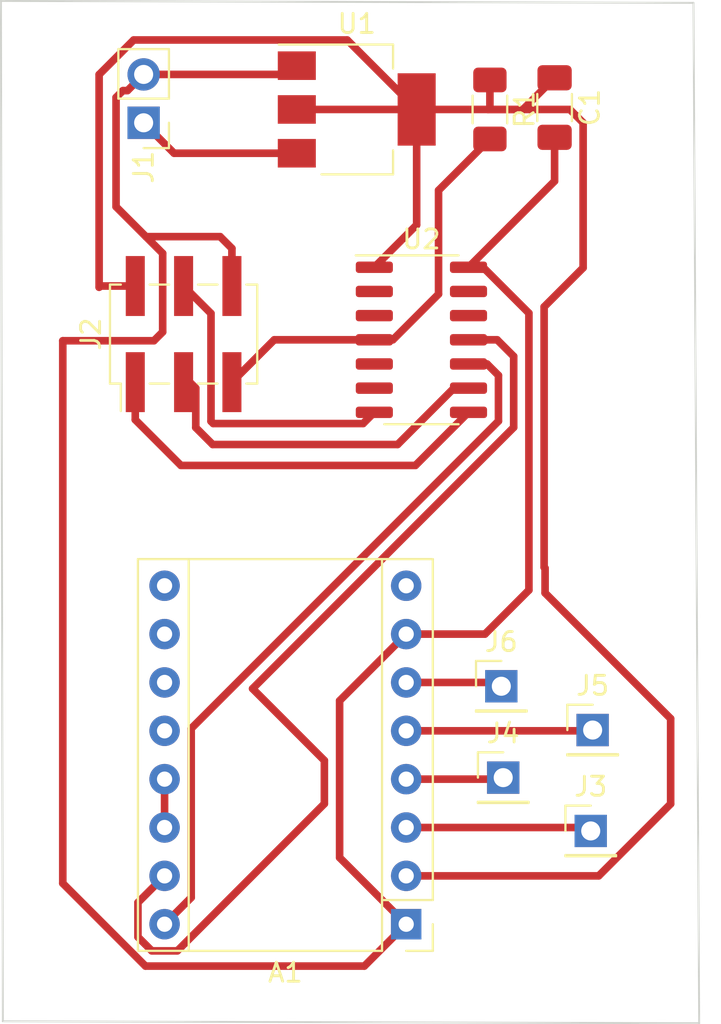
<source format=kicad_pcb>
(kicad_pcb (version 20171130) (host pcbnew "(5.1.9-0-10_14)")

  (general
    (thickness 1.6)
    (drawings 4)
    (tracks 110)
    (zones 0)
    (modules 11)
    (nets 25)
  )

  (page A4)
  (layers
    (0 F.Cu signal)
    (31 B.Cu signal)
    (32 B.Adhes user)
    (33 F.Adhes user)
    (34 B.Paste user)
    (35 F.Paste user)
    (36 B.SilkS user)
    (37 F.SilkS user)
    (38 B.Mask user)
    (39 F.Mask user)
    (40 Dwgs.User user)
    (41 Cmts.User user)
    (42 Eco1.User user)
    (43 Eco2.User user)
    (44 Edge.Cuts user)
    (45 Margin user)
    (46 B.CrtYd user)
    (47 F.CrtYd user)
    (48 B.Fab user)
    (49 F.Fab user)
  )

  (setup
    (last_trace_width 0.4)
    (trace_clearance 0.4)
    (zone_clearance 0.508)
    (zone_45_only no)
    (trace_min 0.2)
    (via_size 1.2)
    (via_drill 0.8)
    (via_min_size 0.4)
    (via_min_drill 0.3)
    (uvia_size 0.3)
    (uvia_drill 0.1)
    (uvias_allowed no)
    (uvia_min_size 0.2)
    (uvia_min_drill 0.1)
    (edge_width 0.05)
    (segment_width 0.2)
    (pcb_text_width 0.3)
    (pcb_text_size 1.5 1.5)
    (mod_edge_width 0.12)
    (mod_text_size 1 1)
    (mod_text_width 0.15)
    (pad_size 1.524 1.524)
    (pad_drill 0.762)
    (pad_to_mask_clearance 0)
    (aux_axis_origin 0 0)
    (visible_elements FFFFFF7F)
    (pcbplotparams
      (layerselection 0x01000_7fffffff)
      (usegerberextensions false)
      (usegerberattributes true)
      (usegerberadvancedattributes true)
      (creategerberjobfile true)
      (excludeedgelayer true)
      (linewidth 0.100000)
      (plotframeref false)
      (viasonmask false)
      (mode 1)
      (useauxorigin false)
      (hpglpennumber 1)
      (hpglpenspeed 20)
      (hpglpendiameter 15.000000)
      (psnegative false)
      (psa4output false)
      (plotreference true)
      (plotvalue true)
      (plotinvisibletext false)
      (padsonsilk false)
      (subtractmaskfromsilk false)
      (outputformat 1)
      (mirror false)
      (drillshape 0)
      (scaleselection 1)
      (outputdirectory ""))
  )

  (net 0 "")
  (net 1 GND)
  (net 2 "Net-(A1-Pad9)")
  (net 3 VCC)
  (net 4 "Net-(A1-Pad10)")
  (net 5 "Net-(A1-Pad3)")
  (net 6 "Net-(A1-Pad11)")
  (net 7 "Net-(A1-Pad4)")
  (net 8 "Net-(A1-Pad12)")
  (net 9 "Net-(A1-Pad5)")
  (net 10 "Net-(A1-Pad13)")
  (net 11 "Net-(A1-Pad6)")
  (net 12 "Net-(A1-Pad15)")
  (net 13 +9V)
  (net 14 "Net-(A1-Pad16)")
  (net 15 /MISO)
  (net 16 /SCK)
  (net 17 /MOSI)
  (net 18 /RESET)
  (net 19 "Net-(U2-Pad2)")
  (net 20 "Net-(U2-Pad3)")
  (net 21 "Net-(U2-Pad5)")
  (net 22 "Net-(U2-Pad6)")
  (net 23 "Net-(U2-Pad12)")
  (net 24 "Net-(U2-Pad13)")

  (net_class Default "This is the default net class."
    (clearance 0.4)
    (trace_width 0.4)
    (via_dia 1.2)
    (via_drill 0.8)
    (uvia_dia 0.3)
    (uvia_drill 0.1)
    (add_net +9V)
    (add_net /MISO)
    (add_net /MOSI)
    (add_net /RESET)
    (add_net /SCK)
    (add_net GND)
    (add_net "Net-(A1-Pad10)")
    (add_net "Net-(A1-Pad11)")
    (add_net "Net-(A1-Pad12)")
    (add_net "Net-(A1-Pad13)")
    (add_net "Net-(A1-Pad15)")
    (add_net "Net-(A1-Pad16)")
    (add_net "Net-(A1-Pad3)")
    (add_net "Net-(A1-Pad4)")
    (add_net "Net-(A1-Pad5)")
    (add_net "Net-(A1-Pad6)")
    (add_net "Net-(A1-Pad9)")
    (add_net "Net-(U2-Pad12)")
    (add_net "Net-(U2-Pad13)")
    (add_net "Net-(U2-Pad2)")
    (add_net "Net-(U2-Pad3)")
    (add_net "Net-(U2-Pad5)")
    (add_net "Net-(U2-Pad6)")
    (add_net VCC)
  )

  (module Module:Pololu_Breakout-16_15.2x20.3mm (layer F.Cu) (tedit 58AB602C) (tstamp 619A083D)
    (at 110.7 61.6 180)
    (descr "Pololu Breakout 16-pin 15.2x20.3mm 0.6x0.8\\")
    (tags "Pololu Breakout")
    (path /6199B665)
    (fp_text reference A1 (at 6.35 -2.54) (layer F.SilkS)
      (effects (font (size 1 1) (thickness 0.15)))
    )
    (fp_text value Pololu_Breakout_A4988 (at 6.35 20.17) (layer F.Fab)
      (effects (font (size 1 1) (thickness 0.15)))
    )
    (fp_line (start 14.21 19.3) (end -1.53 19.3) (layer F.CrtYd) (width 0.05))
    (fp_line (start 14.21 19.3) (end 14.21 -1.52) (layer F.CrtYd) (width 0.05))
    (fp_line (start -1.53 -1.52) (end -1.53 19.3) (layer F.CrtYd) (width 0.05))
    (fp_line (start -1.53 -1.52) (end 14.21 -1.52) (layer F.CrtYd) (width 0.05))
    (fp_line (start -1.27 19.05) (end -1.27 0) (layer F.Fab) (width 0.1))
    (fp_line (start 13.97 19.05) (end -1.27 19.05) (layer F.Fab) (width 0.1))
    (fp_line (start 13.97 -1.27) (end 13.97 19.05) (layer F.Fab) (width 0.1))
    (fp_line (start 0 -1.27) (end 13.97 -1.27) (layer F.Fab) (width 0.1))
    (fp_line (start -1.27 0) (end 0 -1.27) (layer F.Fab) (width 0.1))
    (fp_line (start 14.1 -1.4) (end 1.27 -1.4) (layer F.SilkS) (width 0.12))
    (fp_line (start 14.1 19.18) (end 14.1 -1.4) (layer F.SilkS) (width 0.12))
    (fp_line (start -1.4 19.18) (end 14.1 19.18) (layer F.SilkS) (width 0.12))
    (fp_line (start -1.4 1.27) (end -1.4 19.18) (layer F.SilkS) (width 0.12))
    (fp_line (start 1.27 1.27) (end -1.4 1.27) (layer F.SilkS) (width 0.12))
    (fp_line (start 1.27 -1.4) (end 1.27 1.27) (layer F.SilkS) (width 0.12))
    (fp_line (start -1.4 -1.4) (end -1.4 0) (layer F.SilkS) (width 0.12))
    (fp_line (start 0 -1.4) (end -1.4 -1.4) (layer F.SilkS) (width 0.12))
    (fp_line (start 1.27 1.27) (end 1.27 19.18) (layer F.SilkS) (width 0.12))
    (fp_line (start 11.43 -1.4) (end 11.43 19.18) (layer F.SilkS) (width 0.12))
    (fp_text user %R (at 6.35 0) (layer F.Fab)
      (effects (font (size 1 1) (thickness 0.15)))
    )
    (pad 1 thru_hole rect (at 0 0 180) (size 1.6 1.6) (drill 0.8) (layers *.Cu *.Mask)
      (net 1 GND))
    (pad 9 thru_hole oval (at 12.7 17.78 180) (size 1.6 1.6) (drill 0.8) (layers *.Cu *.Mask)
      (net 2 "Net-(A1-Pad9)"))
    (pad 2 thru_hole oval (at 0 2.54 180) (size 1.6 1.6) (drill 0.8) (layers *.Cu *.Mask)
      (net 3 VCC))
    (pad 10 thru_hole oval (at 12.7 15.24 180) (size 1.6 1.6) (drill 0.8) (layers *.Cu *.Mask)
      (net 4 "Net-(A1-Pad10)"))
    (pad 3 thru_hole oval (at 0 5.08 180) (size 1.6 1.6) (drill 0.8) (layers *.Cu *.Mask)
      (net 5 "Net-(A1-Pad3)"))
    (pad 11 thru_hole oval (at 12.7 12.7 180) (size 1.6 1.6) (drill 0.8) (layers *.Cu *.Mask)
      (net 6 "Net-(A1-Pad11)"))
    (pad 4 thru_hole oval (at 0 7.62 180) (size 1.6 1.6) (drill 0.8) (layers *.Cu *.Mask)
      (net 7 "Net-(A1-Pad4)"))
    (pad 12 thru_hole oval (at 12.7 10.16 180) (size 1.6 1.6) (drill 0.8) (layers *.Cu *.Mask)
      (net 8 "Net-(A1-Pad12)"))
    (pad 5 thru_hole oval (at 0 10.16 180) (size 1.6 1.6) (drill 0.8) (layers *.Cu *.Mask)
      (net 9 "Net-(A1-Pad5)"))
    (pad 13 thru_hole oval (at 12.7 7.62 180) (size 1.6 1.6) (drill 0.8) (layers *.Cu *.Mask)
      (net 10 "Net-(A1-Pad13)"))
    (pad 6 thru_hole oval (at 0 12.7 180) (size 1.6 1.6) (drill 0.8) (layers *.Cu *.Mask)
      (net 11 "Net-(A1-Pad6)"))
    (pad 14 thru_hole oval (at 12.7 5.08 180) (size 1.6 1.6) (drill 0.8) (layers *.Cu *.Mask)
      (net 10 "Net-(A1-Pad13)"))
    (pad 7 thru_hole oval (at 0 15.24 180) (size 1.6 1.6) (drill 0.8) (layers *.Cu *.Mask)
      (net 1 GND))
    (pad 15 thru_hole oval (at 12.7 2.54 180) (size 1.6 1.6) (drill 0.8) (layers *.Cu *.Mask)
      (net 12 "Net-(A1-Pad15)"))
    (pad 8 thru_hole oval (at 0 17.78 180) (size 1.6 1.6) (drill 0.8) (layers *.Cu *.Mask)
      (net 13 +9V))
    (pad 16 thru_hole oval (at 12.7 0 180) (size 1.6 1.6) (drill 0.8) (layers *.Cu *.Mask)
      (net 14 "Net-(A1-Pad16)"))
    (model ${KISYS3DMOD}/Module.3dshapes/Pololu_Breakout-16_15.2x20.3mm.wrl
      (at (xyz 0 0 0))
      (scale (xyz 1 1 1))
      (rotate (xyz 0 0 0))
    )
  )

  (module Capacitor_SMD:C_1206_3216Metric_Pad1.33x1.80mm_HandSolder (layer F.Cu) (tedit 5F68FEEF) (tstamp 619A084E)
    (at 118.5 18.7 270)
    (descr "Capacitor SMD 1206 (3216 Metric), square (rectangular) end terminal, IPC_7351 nominal with elongated pad for handsoldering. (Body size source: IPC-SM-782 page 76, https://www.pcb-3d.com/wordpress/wp-content/uploads/ipc-sm-782a_amendment_1_and_2.pdf), generated with kicad-footprint-generator")
    (tags "capacitor handsolder")
    (path /619241AD)
    (attr smd)
    (fp_text reference C1 (at 0 -1.85 90) (layer F.SilkS)
      (effects (font (size 1 1) (thickness 0.15)))
    )
    (fp_text value 1uF (at 0 1.85 90) (layer F.Fab)
      (effects (font (size 1 1) (thickness 0.15)))
    )
    (fp_line (start 2.48 1.15) (end -2.48 1.15) (layer F.CrtYd) (width 0.05))
    (fp_line (start 2.48 -1.15) (end 2.48 1.15) (layer F.CrtYd) (width 0.05))
    (fp_line (start -2.48 -1.15) (end 2.48 -1.15) (layer F.CrtYd) (width 0.05))
    (fp_line (start -2.48 1.15) (end -2.48 -1.15) (layer F.CrtYd) (width 0.05))
    (fp_line (start -0.711252 0.91) (end 0.711252 0.91) (layer F.SilkS) (width 0.12))
    (fp_line (start -0.711252 -0.91) (end 0.711252 -0.91) (layer F.SilkS) (width 0.12))
    (fp_line (start 1.6 0.8) (end -1.6 0.8) (layer F.Fab) (width 0.1))
    (fp_line (start 1.6 -0.8) (end 1.6 0.8) (layer F.Fab) (width 0.1))
    (fp_line (start -1.6 -0.8) (end 1.6 -0.8) (layer F.Fab) (width 0.1))
    (fp_line (start -1.6 0.8) (end -1.6 -0.8) (layer F.Fab) (width 0.1))
    (fp_text user %R (at 0 0 90) (layer F.Fab)
      (effects (font (size 0.8 0.8) (thickness 0.12)))
    )
    (pad 1 smd roundrect (at -1.5625 0 270) (size 1.325 1.8) (layers F.Cu F.Paste F.Mask) (roundrect_rratio 0.1886784905660377)
      (net 3 VCC))
    (pad 2 smd roundrect (at 1.5625 0 270) (size 1.325 1.8) (layers F.Cu F.Paste F.Mask) (roundrect_rratio 0.1886784905660377)
      (net 1 GND))
    (model ${KISYS3DMOD}/Capacitor_SMD.3dshapes/C_1206_3216Metric.wrl
      (at (xyz 0 0 0))
      (scale (xyz 1 1 1))
      (rotate (xyz 0 0 0))
    )
  )

  (module Connector_PinHeader_2.54mm:PinHeader_1x02_P2.54mm_Vertical (layer F.Cu) (tedit 59FED5CC) (tstamp 619A0864)
    (at 96.9 19.5 180)
    (descr "Through hole straight pin header, 1x02, 2.54mm pitch, single row")
    (tags "Through hole pin header THT 1x02 2.54mm single row")
    (path /61824F8C)
    (fp_text reference J1 (at 0 -2.33 90) (layer F.SilkS)
      (effects (font (size 1 1) (thickness 0.15)))
    )
    (fp_text value Conn_01x02_Male (at 0 4.87) (layer F.Fab)
      (effects (font (size 1 1) (thickness 0.15)))
    )
    (fp_line (start 1.8 -1.8) (end -1.8 -1.8) (layer F.CrtYd) (width 0.05))
    (fp_line (start 1.8 4.35) (end 1.8 -1.8) (layer F.CrtYd) (width 0.05))
    (fp_line (start -1.8 4.35) (end 1.8 4.35) (layer F.CrtYd) (width 0.05))
    (fp_line (start -1.8 -1.8) (end -1.8 4.35) (layer F.CrtYd) (width 0.05))
    (fp_line (start -1.33 -1.33) (end 0 -1.33) (layer F.SilkS) (width 0.12))
    (fp_line (start -1.33 0) (end -1.33 -1.33) (layer F.SilkS) (width 0.12))
    (fp_line (start -1.33 1.27) (end 1.33 1.27) (layer F.SilkS) (width 0.12))
    (fp_line (start 1.33 1.27) (end 1.33 3.87) (layer F.SilkS) (width 0.12))
    (fp_line (start -1.33 1.27) (end -1.33 3.87) (layer F.SilkS) (width 0.12))
    (fp_line (start -1.33 3.87) (end 1.33 3.87) (layer F.SilkS) (width 0.12))
    (fp_line (start -1.27 -0.635) (end -0.635 -1.27) (layer F.Fab) (width 0.1))
    (fp_line (start -1.27 3.81) (end -1.27 -0.635) (layer F.Fab) (width 0.1))
    (fp_line (start 1.27 3.81) (end -1.27 3.81) (layer F.Fab) (width 0.1))
    (fp_line (start 1.27 -1.27) (end 1.27 3.81) (layer F.Fab) (width 0.1))
    (fp_line (start -0.635 -1.27) (end 1.27 -1.27) (layer F.Fab) (width 0.1))
    (fp_text user %R (at 0 1.27 90) (layer F.Fab)
      (effects (font (size 1 1) (thickness 0.15)))
    )
    (pad 1 thru_hole rect (at 0 0 180) (size 1.7 1.7) (drill 1) (layers *.Cu *.Mask)
      (net 13 +9V))
    (pad 2 thru_hole oval (at 0 2.54 180) (size 1.7 1.7) (drill 1) (layers *.Cu *.Mask)
      (net 1 GND))
    (model ${KISYS3DMOD}/Connector_PinHeader_2.54mm.3dshapes/PinHeader_1x02_P2.54mm_Vertical.wrl
      (at (xyz 0 0 0))
      (scale (xyz 1 1 1))
      (rotate (xyz 0 0 0))
    )
  )

  (module Connector_PinHeader_2.54mm:PinHeader_2x03_P2.54mm_Vertical_SMD (layer F.Cu) (tedit 59FED5CC) (tstamp 619A0895)
    (at 99 30.6 90)
    (descr "surface-mounted straight pin header, 2x03, 2.54mm pitch, double rows")
    (tags "Surface mounted pin header SMD 2x03 2.54mm double row")
    (path /618B0B1C)
    (attr smd)
    (fp_text reference J2 (at 0 -4.87 90) (layer F.SilkS)
      (effects (font (size 1 1) (thickness 0.15)))
    )
    (fp_text value AVR-ISP-6 (at 0 4.87 90) (layer F.Fab)
      (effects (font (size 1 1) (thickness 0.15)))
    )
    (fp_line (start 5.9 -4.35) (end -5.9 -4.35) (layer F.CrtYd) (width 0.05))
    (fp_line (start 5.9 4.35) (end 5.9 -4.35) (layer F.CrtYd) (width 0.05))
    (fp_line (start -5.9 4.35) (end 5.9 4.35) (layer F.CrtYd) (width 0.05))
    (fp_line (start -5.9 -4.35) (end -5.9 4.35) (layer F.CrtYd) (width 0.05))
    (fp_line (start 2.6 0.76) (end 2.6 1.78) (layer F.SilkS) (width 0.12))
    (fp_line (start -2.6 0.76) (end -2.6 1.78) (layer F.SilkS) (width 0.12))
    (fp_line (start 2.6 -1.78) (end 2.6 -0.76) (layer F.SilkS) (width 0.12))
    (fp_line (start -2.6 -1.78) (end -2.6 -0.76) (layer F.SilkS) (width 0.12))
    (fp_line (start 2.6 3.3) (end 2.6 3.87) (layer F.SilkS) (width 0.12))
    (fp_line (start -2.6 3.3) (end -2.6 3.87) (layer F.SilkS) (width 0.12))
    (fp_line (start 2.6 -3.87) (end 2.6 -3.3) (layer F.SilkS) (width 0.12))
    (fp_line (start -2.6 -3.87) (end -2.6 -3.3) (layer F.SilkS) (width 0.12))
    (fp_line (start -4.04 -3.3) (end -2.6 -3.3) (layer F.SilkS) (width 0.12))
    (fp_line (start -2.6 3.87) (end 2.6 3.87) (layer F.SilkS) (width 0.12))
    (fp_line (start -2.6 -3.87) (end 2.6 -3.87) (layer F.SilkS) (width 0.12))
    (fp_line (start 3.6 2.86) (end 2.54 2.86) (layer F.Fab) (width 0.1))
    (fp_line (start 3.6 2.22) (end 3.6 2.86) (layer F.Fab) (width 0.1))
    (fp_line (start 2.54 2.22) (end 3.6 2.22) (layer F.Fab) (width 0.1))
    (fp_line (start -3.6 2.86) (end -2.54 2.86) (layer F.Fab) (width 0.1))
    (fp_line (start -3.6 2.22) (end -3.6 2.86) (layer F.Fab) (width 0.1))
    (fp_line (start -2.54 2.22) (end -3.6 2.22) (layer F.Fab) (width 0.1))
    (fp_line (start 3.6 0.32) (end 2.54 0.32) (layer F.Fab) (width 0.1))
    (fp_line (start 3.6 -0.32) (end 3.6 0.32) (layer F.Fab) (width 0.1))
    (fp_line (start 2.54 -0.32) (end 3.6 -0.32) (layer F.Fab) (width 0.1))
    (fp_line (start -3.6 0.32) (end -2.54 0.32) (layer F.Fab) (width 0.1))
    (fp_line (start -3.6 -0.32) (end -3.6 0.32) (layer F.Fab) (width 0.1))
    (fp_line (start -2.54 -0.32) (end -3.6 -0.32) (layer F.Fab) (width 0.1))
    (fp_line (start 3.6 -2.22) (end 2.54 -2.22) (layer F.Fab) (width 0.1))
    (fp_line (start 3.6 -2.86) (end 3.6 -2.22) (layer F.Fab) (width 0.1))
    (fp_line (start 2.54 -2.86) (end 3.6 -2.86) (layer F.Fab) (width 0.1))
    (fp_line (start -3.6 -2.22) (end -2.54 -2.22) (layer F.Fab) (width 0.1))
    (fp_line (start -3.6 -2.86) (end -3.6 -2.22) (layer F.Fab) (width 0.1))
    (fp_line (start -2.54 -2.86) (end -3.6 -2.86) (layer F.Fab) (width 0.1))
    (fp_line (start 2.54 -3.81) (end 2.54 3.81) (layer F.Fab) (width 0.1))
    (fp_line (start -2.54 -2.86) (end -1.59 -3.81) (layer F.Fab) (width 0.1))
    (fp_line (start -2.54 3.81) (end -2.54 -2.86) (layer F.Fab) (width 0.1))
    (fp_line (start -1.59 -3.81) (end 2.54 -3.81) (layer F.Fab) (width 0.1))
    (fp_line (start 2.54 3.81) (end -2.54 3.81) (layer F.Fab) (width 0.1))
    (fp_text user %R (at 0 0) (layer F.Fab)
      (effects (font (size 1 1) (thickness 0.15)))
    )
    (pad 1 smd rect (at -2.525 -2.54 90) (size 3.15 1) (layers F.Cu F.Paste F.Mask)
      (net 15 /MISO))
    (pad 2 smd rect (at 2.525 -2.54 90) (size 3.15 1) (layers F.Cu F.Paste F.Mask)
      (net 3 VCC))
    (pad 3 smd rect (at -2.525 0 90) (size 3.15 1) (layers F.Cu F.Paste F.Mask)
      (net 16 /SCK))
    (pad 4 smd rect (at 2.525 0 90) (size 3.15 1) (layers F.Cu F.Paste F.Mask)
      (net 17 /MOSI))
    (pad 5 smd rect (at -2.525 2.54 90) (size 3.15 1) (layers F.Cu F.Paste F.Mask)
      (net 18 /RESET))
    (pad 6 smd rect (at 2.525 2.54 90) (size 3.15 1) (layers F.Cu F.Paste F.Mask)
      (net 1 GND))
    (model ${KISYS3DMOD}/Connector_PinHeader_2.54mm.3dshapes/PinHeader_2x03_P2.54mm_Vertical_SMD.wrl
      (at (xyz 0 0 0))
      (scale (xyz 1 1 1))
      (rotate (xyz 0 0 0))
    )
  )

  (module Resistor_SMD:R_1206_3216Metric_Pad1.30x1.75mm_HandSolder (layer F.Cu) (tedit 5F68FEEE) (tstamp 619A08C0)
    (at 115.1 18.8 270)
    (descr "Resistor SMD 1206 (3216 Metric), square (rectangular) end terminal, IPC_7351 nominal with elongated pad for handsoldering. (Body size source: IPC-SM-782 page 72, https://www.pcb-3d.com/wordpress/wp-content/uploads/ipc-sm-782a_amendment_1_and_2.pdf), generated with kicad-footprint-generator")
    (tags "resistor handsolder")
    (path /6192B2F0)
    (attr smd)
    (fp_text reference R1 (at 0 -1.82 90) (layer F.SilkS)
      (effects (font (size 1 1) (thickness 0.15)))
    )
    (fp_text value 10k (at 0 1.82 90) (layer F.Fab)
      (effects (font (size 1 1) (thickness 0.15)))
    )
    (fp_line (start 2.45 1.12) (end -2.45 1.12) (layer F.CrtYd) (width 0.05))
    (fp_line (start 2.45 -1.12) (end 2.45 1.12) (layer F.CrtYd) (width 0.05))
    (fp_line (start -2.45 -1.12) (end 2.45 -1.12) (layer F.CrtYd) (width 0.05))
    (fp_line (start -2.45 1.12) (end -2.45 -1.12) (layer F.CrtYd) (width 0.05))
    (fp_line (start -0.727064 0.91) (end 0.727064 0.91) (layer F.SilkS) (width 0.12))
    (fp_line (start -0.727064 -0.91) (end 0.727064 -0.91) (layer F.SilkS) (width 0.12))
    (fp_line (start 1.6 0.8) (end -1.6 0.8) (layer F.Fab) (width 0.1))
    (fp_line (start 1.6 -0.8) (end 1.6 0.8) (layer F.Fab) (width 0.1))
    (fp_line (start -1.6 -0.8) (end 1.6 -0.8) (layer F.Fab) (width 0.1))
    (fp_line (start -1.6 0.8) (end -1.6 -0.8) (layer F.Fab) (width 0.1))
    (fp_text user %R (at 0 0 90) (layer F.Fab)
      (effects (font (size 0.8 0.8) (thickness 0.12)))
    )
    (pad 1 smd roundrect (at -1.55 0 270) (size 1.3 1.75) (layers F.Cu F.Paste F.Mask) (roundrect_rratio 0.1923076923076923)
      (net 3 VCC))
    (pad 2 smd roundrect (at 1.55 0 270) (size 1.3 1.75) (layers F.Cu F.Paste F.Mask) (roundrect_rratio 0.1923076923076923)
      (net 18 /RESET))
    (model ${KISYS3DMOD}/Resistor_SMD.3dshapes/R_1206_3216Metric.wrl
      (at (xyz 0 0 0))
      (scale (xyz 1 1 1))
      (rotate (xyz 0 0 0))
    )
  )

  (module Package_TO_SOT_SMD:SOT-223-3_TabPin2 (layer F.Cu) (tedit 5A02FF57) (tstamp 619A08D6)
    (at 108.1 18.8)
    (descr "module CMS SOT223 4 pins")
    (tags "CMS SOT")
    (path /6191E11B)
    (attr smd)
    (fp_text reference U1 (at 0 -4.5) (layer F.SilkS)
      (effects (font (size 1 1) (thickness 0.15)))
    )
    (fp_text value LD1117S50TR_SOT223 (at 0 4.5) (layer F.Fab)
      (effects (font (size 1 1) (thickness 0.15)))
    )
    (fp_line (start 1.85 -3.35) (end 1.85 3.35) (layer F.Fab) (width 0.1))
    (fp_line (start -1.85 3.35) (end 1.85 3.35) (layer F.Fab) (width 0.1))
    (fp_line (start -4.1 -3.41) (end 1.91 -3.41) (layer F.SilkS) (width 0.12))
    (fp_line (start -0.85 -3.35) (end 1.85 -3.35) (layer F.Fab) (width 0.1))
    (fp_line (start -1.85 3.41) (end 1.91 3.41) (layer F.SilkS) (width 0.12))
    (fp_line (start -1.85 -2.35) (end -1.85 3.35) (layer F.Fab) (width 0.1))
    (fp_line (start -1.85 -2.35) (end -0.85 -3.35) (layer F.Fab) (width 0.1))
    (fp_line (start -4.4 -3.6) (end -4.4 3.6) (layer F.CrtYd) (width 0.05))
    (fp_line (start -4.4 3.6) (end 4.4 3.6) (layer F.CrtYd) (width 0.05))
    (fp_line (start 4.4 3.6) (end 4.4 -3.6) (layer F.CrtYd) (width 0.05))
    (fp_line (start 4.4 -3.6) (end -4.4 -3.6) (layer F.CrtYd) (width 0.05))
    (fp_line (start 1.91 -3.41) (end 1.91 -2.15) (layer F.SilkS) (width 0.12))
    (fp_line (start 1.91 3.41) (end 1.91 2.15) (layer F.SilkS) (width 0.12))
    (fp_text user %R (at 0 0 90) (layer F.Fab)
      (effects (font (size 0.8 0.8) (thickness 0.12)))
    )
    (pad 2 smd rect (at 3.15 0) (size 2 3.8) (layers F.Cu F.Paste F.Mask)
      (net 3 VCC))
    (pad 2 smd rect (at -3.15 0) (size 2 1.5) (layers F.Cu F.Paste F.Mask)
      (net 3 VCC))
    (pad 3 smd rect (at -3.15 2.3) (size 2 1.5) (layers F.Cu F.Paste F.Mask)
      (net 13 +9V))
    (pad 1 smd rect (at -3.15 -2.3) (size 2 1.5) (layers F.Cu F.Paste F.Mask)
      (net 1 GND))
    (model ${KISYS3DMOD}/Package_TO_SOT_SMD.3dshapes/SOT-223.wrl
      (at (xyz 0 0 0))
      (scale (xyz 1 1 1))
      (rotate (xyz 0 0 0))
    )
  )

  (module Package_SO:SOIC-14_3.9x8.7mm_P1.27mm (layer F.Cu) (tedit 5D9F72B1) (tstamp 619A08F6)
    (at 111.5 30.9)
    (descr "SOIC, 14 Pin (JEDEC MS-012AB, https://www.analog.com/media/en/package-pcb-resources/package/pkg_pdf/soic_narrow-r/r_14.pdf), generated with kicad-footprint-generator ipc_gullwing_generator.py")
    (tags "SOIC SO")
    (path /618B6C0F)
    (attr smd)
    (fp_text reference U2 (at 0 -5.28) (layer F.SilkS)
      (effects (font (size 1 1) (thickness 0.15)))
    )
    (fp_text value ATtiny44A-SSU (at 0 5.28) (layer F.Fab)
      (effects (font (size 1 1) (thickness 0.15)))
    )
    (fp_line (start 3.7 -4.58) (end -3.7 -4.58) (layer F.CrtYd) (width 0.05))
    (fp_line (start 3.7 4.58) (end 3.7 -4.58) (layer F.CrtYd) (width 0.05))
    (fp_line (start -3.7 4.58) (end 3.7 4.58) (layer F.CrtYd) (width 0.05))
    (fp_line (start -3.7 -4.58) (end -3.7 4.58) (layer F.CrtYd) (width 0.05))
    (fp_line (start -1.95 -3.35) (end -0.975 -4.325) (layer F.Fab) (width 0.1))
    (fp_line (start -1.95 4.325) (end -1.95 -3.35) (layer F.Fab) (width 0.1))
    (fp_line (start 1.95 4.325) (end -1.95 4.325) (layer F.Fab) (width 0.1))
    (fp_line (start 1.95 -4.325) (end 1.95 4.325) (layer F.Fab) (width 0.1))
    (fp_line (start -0.975 -4.325) (end 1.95 -4.325) (layer F.Fab) (width 0.1))
    (fp_line (start 0 -4.435) (end -3.45 -4.435) (layer F.SilkS) (width 0.12))
    (fp_line (start 0 -4.435) (end 1.95 -4.435) (layer F.SilkS) (width 0.12))
    (fp_line (start 0 4.435) (end -1.95 4.435) (layer F.SilkS) (width 0.12))
    (fp_line (start 0 4.435) (end 1.95 4.435) (layer F.SilkS) (width 0.12))
    (fp_text user %R (at 0 0) (layer F.Fab)
      (effects (font (size 0.98 0.98) (thickness 0.15)))
    )
    (pad 1 smd roundrect (at -2.475 -3.81) (size 1.95 0.6) (layers F.Cu F.Paste F.Mask) (roundrect_rratio 0.25)
      (net 3 VCC))
    (pad 2 smd roundrect (at -2.475 -2.54) (size 1.95 0.6) (layers F.Cu F.Paste F.Mask) (roundrect_rratio 0.25)
      (net 19 "Net-(U2-Pad2)"))
    (pad 3 smd roundrect (at -2.475 -1.27) (size 1.95 0.6) (layers F.Cu F.Paste F.Mask) (roundrect_rratio 0.25)
      (net 20 "Net-(U2-Pad3)"))
    (pad 4 smd roundrect (at -2.475 0) (size 1.95 0.6) (layers F.Cu F.Paste F.Mask) (roundrect_rratio 0.25)
      (net 18 /RESET))
    (pad 5 smd roundrect (at -2.475 1.27) (size 1.95 0.6) (layers F.Cu F.Paste F.Mask) (roundrect_rratio 0.25)
      (net 21 "Net-(U2-Pad5)"))
    (pad 6 smd roundrect (at -2.475 2.54) (size 1.95 0.6) (layers F.Cu F.Paste F.Mask) (roundrect_rratio 0.25)
      (net 22 "Net-(U2-Pad6)"))
    (pad 7 smd roundrect (at -2.475 3.81) (size 1.95 0.6) (layers F.Cu F.Paste F.Mask) (roundrect_rratio 0.25)
      (net 17 /MOSI))
    (pad 8 smd roundrect (at 2.475 3.81) (size 1.95 0.6) (layers F.Cu F.Paste F.Mask) (roundrect_rratio 0.25)
      (net 15 /MISO))
    (pad 9 smd roundrect (at 2.475 2.54) (size 1.95 0.6) (layers F.Cu F.Paste F.Mask) (roundrect_rratio 0.25)
      (net 16 /SCK))
    (pad 10 smd roundrect (at 2.475 1.27) (size 1.95 0.6) (layers F.Cu F.Paste F.Mask) (roundrect_rratio 0.25)
      (net 14 "Net-(A1-Pad16)"))
    (pad 11 smd roundrect (at 2.475 0) (size 1.95 0.6) (layers F.Cu F.Paste F.Mask) (roundrect_rratio 0.25)
      (net 12 "Net-(A1-Pad15)"))
    (pad 12 smd roundrect (at 2.475 -1.27) (size 1.95 0.6) (layers F.Cu F.Paste F.Mask) (roundrect_rratio 0.25)
      (net 23 "Net-(U2-Pad12)"))
    (pad 13 smd roundrect (at 2.475 -2.54) (size 1.95 0.6) (layers F.Cu F.Paste F.Mask) (roundrect_rratio 0.25)
      (net 24 "Net-(U2-Pad13)"))
    (pad 14 smd roundrect (at 2.475 -3.81) (size 1.95 0.6) (layers F.Cu F.Paste F.Mask) (roundrect_rratio 0.25)
      (net 1 GND))
    (model ${KISYS3DMOD}/Package_SO.3dshapes/SOIC-14_3.9x8.7mm_P1.27mm.wrl
      (at (xyz 0 0 0))
      (scale (xyz 1 1 1))
      (rotate (xyz 0 0 0))
    )
  )

  (module Connector_PinHeader_2.54mm:PinHeader_1x01_P2.54mm_Vertical (layer F.Cu) (tedit 59FED5CC) (tstamp 619AD12F)
    (at 120.4 56.7)
    (descr "Through hole straight pin header, 1x01, 2.54mm pitch, single row")
    (tags "Through hole pin header THT 1x01 2.54mm single row")
    (path /619B0880)
    (fp_text reference J3 (at 0 -2.33) (layer F.SilkS)
      (effects (font (size 1 1) (thickness 0.15)))
    )
    (fp_text value Conn_01x01_Male (at 0 2.33) (layer F.Fab)
      (effects (font (size 1 1) (thickness 0.15)))
    )
    (fp_line (start 1.8 -1.8) (end -1.8 -1.8) (layer F.CrtYd) (width 0.05))
    (fp_line (start 1.8 1.8) (end 1.8 -1.8) (layer F.CrtYd) (width 0.05))
    (fp_line (start -1.8 1.8) (end 1.8 1.8) (layer F.CrtYd) (width 0.05))
    (fp_line (start -1.8 -1.8) (end -1.8 1.8) (layer F.CrtYd) (width 0.05))
    (fp_line (start -1.33 -1.33) (end 0 -1.33) (layer F.SilkS) (width 0.12))
    (fp_line (start -1.33 0) (end -1.33 -1.33) (layer F.SilkS) (width 0.12))
    (fp_line (start -1.33 1.27) (end 1.33 1.27) (layer F.SilkS) (width 0.12))
    (fp_line (start 1.33 1.27) (end 1.33 1.33) (layer F.SilkS) (width 0.12))
    (fp_line (start -1.33 1.27) (end -1.33 1.33) (layer F.SilkS) (width 0.12))
    (fp_line (start -1.33 1.33) (end 1.33 1.33) (layer F.SilkS) (width 0.12))
    (fp_line (start -1.27 -0.635) (end -0.635 -1.27) (layer F.Fab) (width 0.1))
    (fp_line (start -1.27 1.27) (end -1.27 -0.635) (layer F.Fab) (width 0.1))
    (fp_line (start 1.27 1.27) (end -1.27 1.27) (layer F.Fab) (width 0.1))
    (fp_line (start 1.27 -1.27) (end 1.27 1.27) (layer F.Fab) (width 0.1))
    (fp_line (start -0.635 -1.27) (end 1.27 -1.27) (layer F.Fab) (width 0.1))
    (fp_text user %R (at 0 0 90) (layer F.Fab)
      (effects (font (size 1 1) (thickness 0.15)))
    )
    (pad 1 thru_hole rect (at 0 0) (size 1.7 1.7) (drill 1) (layers *.Cu *.Mask)
      (net 5 "Net-(A1-Pad3)"))
    (model ${KISYS3DMOD}/Connector_PinHeader_2.54mm.3dshapes/PinHeader_1x01_P2.54mm_Vertical.wrl
      (at (xyz 0 0 0))
      (scale (xyz 1 1 1))
      (rotate (xyz 0 0 0))
    )
  )

  (module Connector_PinHeader_2.54mm:PinHeader_1x01_P2.54mm_Vertical (layer F.Cu) (tedit 59FED5CC) (tstamp 619AD144)
    (at 115.8 53.9)
    (descr "Through hole straight pin header, 1x01, 2.54mm pitch, single row")
    (tags "Through hole pin header THT 1x01 2.54mm single row")
    (path /619B1409)
    (fp_text reference J4 (at 0 -2.33) (layer F.SilkS)
      (effects (font (size 1 1) (thickness 0.15)))
    )
    (fp_text value Conn_01x01_Male (at 0 2.33) (layer F.Fab)
      (effects (font (size 1 1) (thickness 0.15)))
    )
    (fp_text user %R (at 0 0 90) (layer F.Fab)
      (effects (font (size 1 1) (thickness 0.15)))
    )
    (fp_line (start -0.635 -1.27) (end 1.27 -1.27) (layer F.Fab) (width 0.1))
    (fp_line (start 1.27 -1.27) (end 1.27 1.27) (layer F.Fab) (width 0.1))
    (fp_line (start 1.27 1.27) (end -1.27 1.27) (layer F.Fab) (width 0.1))
    (fp_line (start -1.27 1.27) (end -1.27 -0.635) (layer F.Fab) (width 0.1))
    (fp_line (start -1.27 -0.635) (end -0.635 -1.27) (layer F.Fab) (width 0.1))
    (fp_line (start -1.33 1.33) (end 1.33 1.33) (layer F.SilkS) (width 0.12))
    (fp_line (start -1.33 1.27) (end -1.33 1.33) (layer F.SilkS) (width 0.12))
    (fp_line (start 1.33 1.27) (end 1.33 1.33) (layer F.SilkS) (width 0.12))
    (fp_line (start -1.33 1.27) (end 1.33 1.27) (layer F.SilkS) (width 0.12))
    (fp_line (start -1.33 0) (end -1.33 -1.33) (layer F.SilkS) (width 0.12))
    (fp_line (start -1.33 -1.33) (end 0 -1.33) (layer F.SilkS) (width 0.12))
    (fp_line (start -1.8 -1.8) (end -1.8 1.8) (layer F.CrtYd) (width 0.05))
    (fp_line (start -1.8 1.8) (end 1.8 1.8) (layer F.CrtYd) (width 0.05))
    (fp_line (start 1.8 1.8) (end 1.8 -1.8) (layer F.CrtYd) (width 0.05))
    (fp_line (start 1.8 -1.8) (end -1.8 -1.8) (layer F.CrtYd) (width 0.05))
    (pad 1 thru_hole rect (at 0 0) (size 1.7 1.7) (drill 1) (layers *.Cu *.Mask)
      (net 7 "Net-(A1-Pad4)"))
    (model ${KISYS3DMOD}/Connector_PinHeader_2.54mm.3dshapes/PinHeader_1x01_P2.54mm_Vertical.wrl
      (at (xyz 0 0 0))
      (scale (xyz 1 1 1))
      (rotate (xyz 0 0 0))
    )
  )

  (module Connector_PinHeader_2.54mm:PinHeader_1x01_P2.54mm_Vertical (layer F.Cu) (tedit 59FED5CC) (tstamp 619AD159)
    (at 120.5 51.4)
    (descr "Through hole straight pin header, 1x01, 2.54mm pitch, single row")
    (tags "Through hole pin header THT 1x01 2.54mm single row")
    (path /619B18C2)
    (fp_text reference J5 (at 0 -2.33) (layer F.SilkS)
      (effects (font (size 1 1) (thickness 0.15)))
    )
    (fp_text value Conn_01x01_Male (at 0 2.33) (layer F.Fab)
      (effects (font (size 1 1) (thickness 0.15)))
    )
    (fp_line (start 1.8 -1.8) (end -1.8 -1.8) (layer F.CrtYd) (width 0.05))
    (fp_line (start 1.8 1.8) (end 1.8 -1.8) (layer F.CrtYd) (width 0.05))
    (fp_line (start -1.8 1.8) (end 1.8 1.8) (layer F.CrtYd) (width 0.05))
    (fp_line (start -1.8 -1.8) (end -1.8 1.8) (layer F.CrtYd) (width 0.05))
    (fp_line (start -1.33 -1.33) (end 0 -1.33) (layer F.SilkS) (width 0.12))
    (fp_line (start -1.33 0) (end -1.33 -1.33) (layer F.SilkS) (width 0.12))
    (fp_line (start -1.33 1.27) (end 1.33 1.27) (layer F.SilkS) (width 0.12))
    (fp_line (start 1.33 1.27) (end 1.33 1.33) (layer F.SilkS) (width 0.12))
    (fp_line (start -1.33 1.27) (end -1.33 1.33) (layer F.SilkS) (width 0.12))
    (fp_line (start -1.33 1.33) (end 1.33 1.33) (layer F.SilkS) (width 0.12))
    (fp_line (start -1.27 -0.635) (end -0.635 -1.27) (layer F.Fab) (width 0.1))
    (fp_line (start -1.27 1.27) (end -1.27 -0.635) (layer F.Fab) (width 0.1))
    (fp_line (start 1.27 1.27) (end -1.27 1.27) (layer F.Fab) (width 0.1))
    (fp_line (start 1.27 -1.27) (end 1.27 1.27) (layer F.Fab) (width 0.1))
    (fp_line (start -0.635 -1.27) (end 1.27 -1.27) (layer F.Fab) (width 0.1))
    (fp_text user %R (at 0 0 90) (layer F.Fab)
      (effects (font (size 1 1) (thickness 0.15)))
    )
    (pad 1 thru_hole rect (at 0 0) (size 1.7 1.7) (drill 1) (layers *.Cu *.Mask)
      (net 9 "Net-(A1-Pad5)"))
    (model ${KISYS3DMOD}/Connector_PinHeader_2.54mm.3dshapes/PinHeader_1x01_P2.54mm_Vertical.wrl
      (at (xyz 0 0 0))
      (scale (xyz 1 1 1))
      (rotate (xyz 0 0 0))
    )
  )

  (module Connector_PinHeader_2.54mm:PinHeader_1x01_P2.54mm_Vertical (layer F.Cu) (tedit 59FED5CC) (tstamp 619AD16E)
    (at 115.7 49.1)
    (descr "Through hole straight pin header, 1x01, 2.54mm pitch, single row")
    (tags "Through hole pin header THT 1x01 2.54mm single row")
    (path /619B1CA6)
    (fp_text reference J6 (at 0 -2.33) (layer F.SilkS)
      (effects (font (size 1 1) (thickness 0.15)))
    )
    (fp_text value Conn_01x01_Male (at 0 2.33) (layer F.Fab)
      (effects (font (size 1 1) (thickness 0.15)))
    )
    (fp_text user %R (at 0 0 90) (layer F.Fab)
      (effects (font (size 1 1) (thickness 0.15)))
    )
    (fp_line (start -0.635 -1.27) (end 1.27 -1.27) (layer F.Fab) (width 0.1))
    (fp_line (start 1.27 -1.27) (end 1.27 1.27) (layer F.Fab) (width 0.1))
    (fp_line (start 1.27 1.27) (end -1.27 1.27) (layer F.Fab) (width 0.1))
    (fp_line (start -1.27 1.27) (end -1.27 -0.635) (layer F.Fab) (width 0.1))
    (fp_line (start -1.27 -0.635) (end -0.635 -1.27) (layer F.Fab) (width 0.1))
    (fp_line (start -1.33 1.33) (end 1.33 1.33) (layer F.SilkS) (width 0.12))
    (fp_line (start -1.33 1.27) (end -1.33 1.33) (layer F.SilkS) (width 0.12))
    (fp_line (start 1.33 1.27) (end 1.33 1.33) (layer F.SilkS) (width 0.12))
    (fp_line (start -1.33 1.27) (end 1.33 1.27) (layer F.SilkS) (width 0.12))
    (fp_line (start -1.33 0) (end -1.33 -1.33) (layer F.SilkS) (width 0.12))
    (fp_line (start -1.33 -1.33) (end 0 -1.33) (layer F.SilkS) (width 0.12))
    (fp_line (start -1.8 -1.8) (end -1.8 1.8) (layer F.CrtYd) (width 0.05))
    (fp_line (start -1.8 1.8) (end 1.8 1.8) (layer F.CrtYd) (width 0.05))
    (fp_line (start 1.8 1.8) (end 1.8 -1.8) (layer F.CrtYd) (width 0.05))
    (fp_line (start 1.8 -1.8) (end -1.8 -1.8) (layer F.CrtYd) (width 0.05))
    (pad 1 thru_hole rect (at 0 0) (size 1.7 1.7) (drill 1) (layers *.Cu *.Mask)
      (net 11 "Net-(A1-Pad6)"))
    (model ${KISYS3DMOD}/Connector_PinHeader_2.54mm.3dshapes/PinHeader_1x01_P2.54mm_Vertical.wrl
      (at (xyz 0 0 0))
      (scale (xyz 1 1 1))
      (rotate (xyz 0 0 0))
    )
  )

  (gr_line (start 89.4 13.1) (end 125.8 13.2) (layer Edge.Cuts) (width 0.1))
  (gr_line (start 89.5 66.7) (end 89.4 13.1) (layer Edge.Cuts) (width 0.1))
  (gr_line (start 126.1 66.8) (end 89.5 66.7) (layer Edge.Cuts) (width 0.1))
  (gr_line (start 125.8 13.2) (end 126.1 66.8) (layer Edge.Cuts) (width 0.1))

  (segment (start 104.49 16.96) (end 104.95 16.5) (width 0.4) (layer F.Cu) (net 1) (status 30))
  (segment (start 96.9 16.96) (end 104.49 16.96) (width 0.4) (layer F.Cu) (net 1) (status 30))
  (segment (start 118.5 22.565) (end 113.975 27.09) (width 0.4) (layer F.Cu) (net 1) (status 20))
  (segment (start 118.5 20.2625) (end 118.5 22.565) (width 0.4) (layer F.Cu) (net 1) (status 10))
  (segment (start 101.54 28.075) (end 101.425 28.075) (width 0.4) (layer F.Cu) (net 1) (status 30))
  (segment (start 105.480002 16.5) (end 104.95 16.5) (width 0.4) (layer F.Cu) (net 1) (status 30))
  (segment (start 117.15003 44.049972) (end 117.15003 29.499354) (width 0.4) (layer F.Cu) (net 1))
  (segment (start 114.740676 27.09) (end 113.975 27.09) (width 0.4) (layer F.Cu) (net 1) (status 30))
  (segment (start 117.15003 29.499354) (end 114.740676 27.09) (width 0.4) (layer F.Cu) (net 1) (status 20))
  (segment (start 114.840002 46.36) (end 117.15003 44.049972) (width 0.4) (layer F.Cu) (net 1))
  (segment (start 110.7 46.36) (end 114.840002 46.36) (width 0.4) (layer F.Cu) (net 1) (status 10))
  (segment (start 107.20001 58.10001) (end 110.7 61.6) (width 0.4) (layer F.Cu) (net 1) (status 20))
  (segment (start 107.20001 49.85999) (end 107.20001 58.10001) (width 0.4) (layer F.Cu) (net 1))
  (segment (start 110.7 46.36) (end 107.20001 49.85999) (width 0.4) (layer F.Cu) (net 1) (status 10))
  (segment (start 97.440001 30.949999) (end 92.650001 30.949999) (width 0.4) (layer F.Cu) (net 1))
  (segment (start 97.899999 30.490001) (end 97.440001 30.949999) (width 0.4) (layer F.Cu) (net 1))
  (segment (start 97.899999 26.359997) (end 97.899999 30.490001) (width 0.4) (layer F.Cu) (net 1))
  (segment (start 95.449999 18.169999) (end 95.449999 23.909997) (width 0.4) (layer F.Cu) (net 1))
  (segment (start 95.809999 17.809999) (end 95.449999 18.169999) (width 0.4) (layer F.Cu) (net 1))
  (segment (start 96.050001 17.809999) (end 95.809999 17.809999) (width 0.4) (layer F.Cu) (net 1))
  (segment (start 96.9 16.96) (end 96.050001 17.809999) (width 0.4) (layer F.Cu) (net 1) (status 10))
  (segment (start 100.919999 25.479999) (end 97.020001 25.479999) (width 0.4) (layer F.Cu) (net 1))
  (segment (start 101.54 26.1) (end 100.919999 25.479999) (width 0.4) (layer F.Cu) (net 1))
  (segment (start 101.54 28.075) (end 101.54 26.1) (width 0.4) (layer F.Cu) (net 1) (status 10))
  (segment (start 97.020001 25.479999) (end 97.899999 26.359997) (width 0.4) (layer F.Cu) (net 1))
  (segment (start 95.449999 23.909997) (end 97.020001 25.479999) (width 0.4) (layer F.Cu) (net 1))
  (segment (start 96.996625 63.800011) (end 108.499989 63.800011) (width 0.4) (layer F.Cu) (net 1))
  (segment (start 108.499989 63.800011) (end 110.7 61.6) (width 0.4) (layer F.Cu) (net 1) (status 20))
  (segment (start 92.650001 59.453387) (end 96.996625 63.800011) (width 0.4) (layer F.Cu) (net 1))
  (segment (start 92.650001 30.949999) (end 92.650001 59.453387) (width 0.4) (layer F.Cu) (net 1))
  (segment (start 116.8375 18.8) (end 118.5 17.1375) (width 0.4) (layer F.Cu) (net 3) (status 20))
  (segment (start 115.1 18.7) (end 115 18.8) (width 0.4) (layer F.Cu) (net 3))
  (segment (start 115.1 17.25) (end 115.1 18.7) (width 0.4) (layer F.Cu) (net 3) (status 10))
  (segment (start 115 18.8) (end 116.8375 18.8) (width 0.4) (layer F.Cu) (net 3))
  (segment (start 111.25 24.865) (end 109.025 27.09) (width 0.4) (layer F.Cu) (net 3) (status 20))
  (segment (start 111.25 18.8) (end 111.25 24.865) (width 0.4) (layer F.Cu) (net 3) (status 10))
  (segment (start 96.376536 15.149999) (end 107.599999 15.149999) (width 0.4) (layer F.Cu) (net 3))
  (segment (start 94.559989 16.966546) (end 96.376536 15.149999) (width 0.4) (layer F.Cu) (net 3))
  (segment (start 94.625 28.075) (end 94.559989 28.140011) (width 0.4) (layer F.Cu) (net 3))
  (segment (start 96.46 28.075) (end 94.625 28.075) (width 0.4) (layer F.Cu) (net 3) (status 10))
  (segment (start 94.559989 28.140011) (end 94.559989 16.966546) (width 0.4) (layer F.Cu) (net 3))
  (segment (start 107.599999 15.149999) (end 111.25 18.8) (width 0.4) (layer F.Cu) (net 3) (status 20))
  (segment (start 104.95 18.8) (end 111.25 18.8) (width 0.4) (layer F.Cu) (net 3) (status 30))
  (segment (start 119.302098 18.8) (end 111.25 18.8) (width 0.4) (layer F.Cu) (net 3) (status 20))
  (segment (start 117.95004 42.85004) (end 117.95004 29.16798) (width 0.4) (layer F.Cu) (net 3))
  (segment (start 120.00001 19.497912) (end 119.302098 18.8) (width 0.4) (layer F.Cu) (net 3))
  (segment (start 118 42.9) (end 117.95004 42.85004) (width 0.4) (layer F.Cu) (net 3))
  (segment (start 120.00001 27.11801) (end 120.00001 19.497912) (width 0.4) (layer F.Cu) (net 3))
  (segment (start 117.95004 29.16798) (end 120.00001 27.11801) (width 0.4) (layer F.Cu) (net 3))
  (segment (start 118 44.2) (end 118 42.9) (width 0.4) (layer F.Cu) (net 3))
  (segment (start 120.820002 59.06) (end 124.6 55.280002) (width 0.4) (layer F.Cu) (net 3))
  (segment (start 110.7 59.06) (end 120.820002 59.06) (width 0.4) (layer F.Cu) (net 3) (status 10))
  (segment (start 124.6 50.8) (end 118 44.2) (width 0.4) (layer F.Cu) (net 3))
  (segment (start 124.6 55.280002) (end 124.6 50.8) (width 0.4) (layer F.Cu) (net 3))
  (segment (start 120.22 56.52) (end 120.4 56.7) (width 0.4) (layer F.Cu) (net 5) (status 30))
  (segment (start 110.7 56.52) (end 120.22 56.52) (width 0.4) (layer F.Cu) (net 5) (status 30))
  (segment (start 110.74 53.94) (end 110.7 53.98) (width 0.4) (layer F.Cu) (net 7) (status 30))
  (segment (start 115.72 53.98) (end 115.8 53.9) (width 0.4) (layer F.Cu) (net 7) (status 30))
  (segment (start 110.7 53.98) (end 115.72 53.98) (width 0.4) (layer F.Cu) (net 7) (status 30))
  (segment (start 120.46 51.44) (end 120.5 51.4) (width 0.4) (layer F.Cu) (net 9) (status 30))
  (segment (start 110.7 51.44) (end 120.46 51.44) (width 0.4) (layer F.Cu) (net 9) (status 30))
  (segment (start 98 56.52) (end 98 53.98) (width 0.4) (layer F.Cu) (net 10) (status 30))
  (segment (start 110.7 48.9) (end 115.3 48.9) (width 0.4) (layer F.Cu) (net 11) (status 30))
  (segment (start 114.95 30.9) (end 113.975 30.9) (width 0.4) (layer F.Cu) (net 12) (status 20))
  (segment (start 106.4 53) (end 102.62603 49.22603) (width 0.4) (layer F.Cu) (net 12))
  (segment (start 106.4 55.272002) (end 106.4 53) (width 0.4) (layer F.Cu) (net 12))
  (segment (start 98.672001 63.000001) (end 106.4 55.272002) (width 0.4) (layer F.Cu) (net 12))
  (segment (start 102.62603 49.22603) (end 116.35002 35.50204) (width 0.4) (layer F.Cu) (net 12))
  (segment (start 97.327999 63.000001) (end 98.672001 63.000001) (width 0.4) (layer F.Cu) (net 12))
  (segment (start 96.599999 62.272001) (end 97.327999 63.000001) (width 0.4) (layer F.Cu) (net 12))
  (segment (start 115.480656 30.9) (end 113.975 30.9) (width 0.4) (layer F.Cu) (net 12) (status 20))
  (segment (start 116.35002 31.769364) (end 115.480656 30.9) (width 0.4) (layer F.Cu) (net 12))
  (segment (start 116.35002 35.50204) (end 116.35002 31.769364) (width 0.4) (layer F.Cu) (net 12))
  (segment (start 96.599999 60.460001) (end 96.599999 62.272001) (width 0.4) (layer F.Cu) (net 12))
  (segment (start 98 59.06) (end 96.599999 60.460001) (width 0.4) (layer F.Cu) (net 12) (status 10))
  (segment (start 98.5 21.1) (end 104.95 21.1) (width 0.4) (layer F.Cu) (net 13) (status 20))
  (segment (start 96.9 19.5) (end 98.5 21.1) (width 0.4) (layer F.Cu) (net 13) (status 10))
  (segment (start 97.560001 20.160001) (end 96.9 19.5) (width 0.4) (layer F.Cu) (net 13) (status 30))
  (segment (start 96.55 19.85) (end 96.9 19.5) (width 0.4) (layer F.Cu) (net 13) (status 30))
  (segment (start 114.740676 32.17) (end 113.975 32.17) (width 0.4) (layer F.Cu) (net 14) (status 30))
  (segment (start 114.95 32.17) (end 113.975 32.17) (width 0.4) (layer F.Cu) (net 14) (status 20))
  (segment (start 115.55001 32.77001) (end 114.95 32.17) (width 0.4) (layer F.Cu) (net 14))
  (segment (start 115.55001 35.170666) (end 115.55001 32.77001) (width 0.4) (layer F.Cu) (net 14))
  (segment (start 99.400001 60.199999) (end 99.400001 51.320675) (width 0.4) (layer F.Cu) (net 14))
  (segment (start 99.400001 51.320675) (end 115.55001 35.170666) (width 0.4) (layer F.Cu) (net 14))
  (segment (start 98 61.6) (end 99.400001 60.199999) (width 0.4) (layer F.Cu) (net 14) (status 10))
  (segment (start 96.46 33.125) (end 96.46 33.691384) (width 0.4) (layer F.Cu) (net 15) (status 30))
  (segment (start 96.46 35.1) (end 98.86 37.5) (width 0.4) (layer F.Cu) (net 15))
  (segment (start 96.46 33.125) (end 96.46 35.1) (width 0.4) (layer F.Cu) (net 15) (status 10))
  (segment (start 111.185 37.5) (end 113.975 34.71) (width 0.4) (layer F.Cu) (net 15) (status 20))
  (segment (start 98.86 37.5) (end 111.185 37.5) (width 0.4) (layer F.Cu) (net 15))
  (segment (start 110.249324 36.4) (end 113.209324 33.44) (width 0.4) (layer F.Cu) (net 16) (status 20))
  (segment (start 99.639989 35.511375) (end 100.528614 36.4) (width 0.4) (layer F.Cu) (net 16))
  (segment (start 99.639989 33.439989) (end 99.639989 35.511375) (width 0.4) (layer F.Cu) (net 16))
  (segment (start 113.209324 33.44) (end 113.975 33.44) (width 0.4) (layer F.Cu) (net 16) (status 30))
  (segment (start 99.325 33.125) (end 99.639989 33.439989) (width 0.4) (layer F.Cu) (net 16) (status 10))
  (segment (start 100.528614 36.4) (end 110.249324 36.4) (width 0.4) (layer F.Cu) (net 16))
  (segment (start 99 33.125) (end 99.325 33.125) (width 0.4) (layer F.Cu) (net 16) (status 30))
  (segment (start 99 28.075) (end 99 28.8) (width 0.4) (layer F.Cu) (net 17) (status 30))
  (segment (start 108.434999 35.300001) (end 109.025 34.71) (width 0.4) (layer F.Cu) (net 17) (status 20))
  (segment (start 100.439999 35.180001) (end 100.559999 35.300001) (width 0.4) (layer F.Cu) (net 17))
  (segment (start 100.439999 29.514999) (end 100.439999 35.180001) (width 0.4) (layer F.Cu) (net 17))
  (segment (start 100.559999 35.300001) (end 108.434999 35.300001) (width 0.4) (layer F.Cu) (net 17))
  (segment (start 99 28.075) (end 100.439999 29.514999) (width 0.4) (layer F.Cu) (net 17) (status 10))
  (segment (start 110 30.9) (end 109.025 30.9) (width 0.4) (layer F.Cu) (net 18) (status 20))
  (segment (start 112.39999 28.50001) (end 110 30.9) (width 0.4) (layer F.Cu) (net 18))
  (segment (start 112.39999 23.05001) (end 112.39999 28.50001) (width 0.4) (layer F.Cu) (net 18))
  (segment (start 115.1 20.35) (end 112.39999 23.05001) (width 0.4) (layer F.Cu) (net 18) (status 10))
  (segment (start 103.765 30.9) (end 109.025 30.9) (width 0.4) (layer F.Cu) (net 18) (status 20))
  (segment (start 101.54 33.125) (end 103.765 30.9) (width 0.4) (layer F.Cu) (net 18) (status 10))

)

</source>
